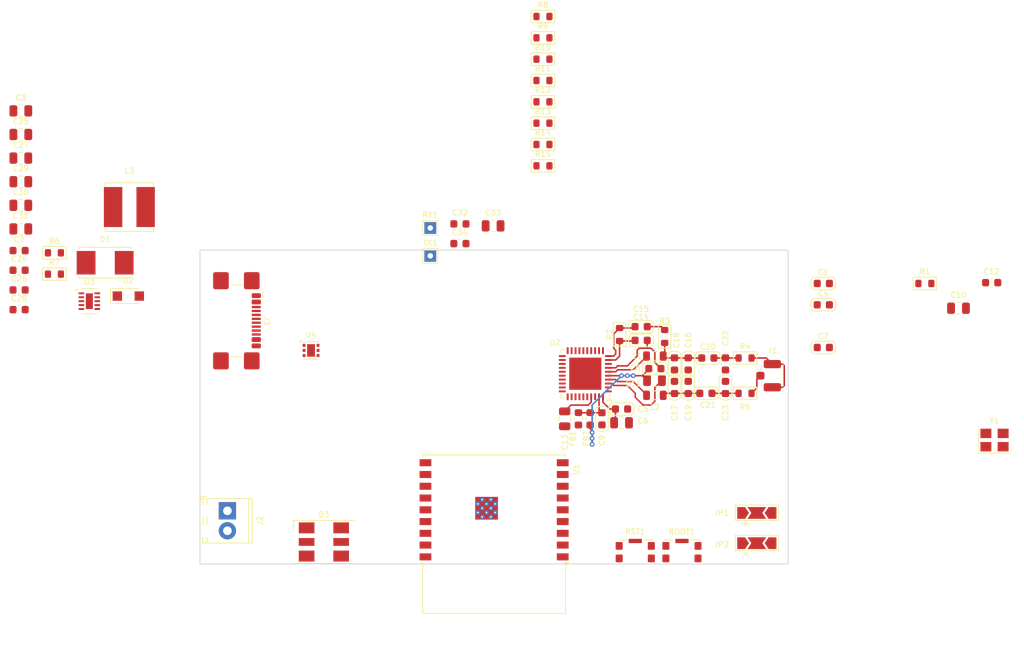
<source format=kicad_pcb>
(kicad_pcb (version 20240108) (generator "pcbnew") (generator_version "8.0")
  (layers (0 "F.Cu" signal) (31 "B.Cu" signal) (34 "B.Paste" user) (35 "F.Paste" user) (36 "B.SilkS" user "B.Silkscreen") (37 "F.SilkS" user "F.Silkscreen") (38 "B.Mask" user) (39 "F.Mask" user) (44 "Edge.Cuts" user))
  (net 0 "")
  (net 1 "GND")
  (net 2 "BOOT")
  (net 3 "Net-(U2-OSCIN)")
  (net 4 "VIN")
  (net 5 "Net-(U2-OSCOUT)")
  (net 6 "+3.3V")
  (net 7 "Net-(U2-AVDD)")
  (net 8 "Net-(U2-TVDD)")
  (net 9 "+3V3_INT")
  (net 10 "Net-(U2-SVDD)")
  (net 11 "Net-(U2-VMID)")
  (net 12 "Net-(C15-Pad2)")
  (net 13 "Net-(U2-RX)")
  (net 14 "Net-(C17-Pad2)")
  (net 15 "Net-(C20-Pad2)")
  (net 16 "Net-(C21-Pad2)")
  (net 17 "Net-(U3-VCC)")
  (net 18 "Net-(D2-K)")
  (net 19 "RST")
  (net 20 "Net-(D1-A)")
  (net 21 "Net-(D2-A)")
  (net 22 "LED_R")
  (net 23 "LED_G")
  (net 24 "LED_B")
  (net 25 "Net-(D3-KG)")
  (net 26 "Net-(D3-KB)")
  (net 27 "Net-(D3-KR)")
  (net 28 "Net-(J1-Ext)")
  (net 29 "Net-(J1-In)")
  (net 30 "Net-(J3-CC1)")
  (net 33 "USB_D-")
  (net 34 "USB_D+")
  (net 37 "Net-(J3-CC2)")
  (net 40 "Net-(U3-LX)")
  (net 41 "Net-(U1-IO20{slash}RXD)")
  (net 42 "Net-(U1-IO21{slash}TXD)")
  (net 43 "SCL")
  (net 44 "IRQ_NFC")
  (net 45 "IO2")
  (net 46 "Net-(U1-IO18)")
  (net 47 "SCK_NFC")
  (net 48 "Net-(U1-IO19)")
  (net 49 "MISO_NFC")
  (net 50 "SDA")
  (net 51 "RST_NFC")
  (net 57 "SEL0")
  (net 64 "SEL1")
  (net 69 "Net-(U3-SS)")
  (net 74 "NFC_RX1")
  (net 75 "NFC_TX2")
  (net 76 "NFC_TX1")
  (footprint "Resistor_SMD_AKL:R_0603_1608Metric" (layer "F.Cu") (at 58.7275 125.925)
    (property "Reference" "R9")
    (property "Value" "22R 1%" (hide yes))
  )
  (footprint "Capacitor_SMD:C_0603_1608Metric" (layer "F.Cu") (at 82 167.5 90)
    (property "Reference" "C22")
    (property "Value" "100pF")
  )
  (footprint "Capacitor_SMD:C_0805_2012Metric" (layer "F.Cu") (at -7.84 147.28)
    (property "Reference" "C30")
    (property "Value" "10uF")
  )
  (footprint "Resistor_SMD_AKL:R_0603_1608Metric" (layer "F.Cu") (at -3.555 153.335)
    (property "Reference" "R6")
    (property "Value" "5K1 1%" (hide yes))
  )
  (footprint "Capacitor_SMD_AKL:C_0603_1608Metric" (layer "F.Cu") (at 71.25 162.75)
    (property "Reference" "C15")
    (property "Value" "1nF" (hide yes))
  )
  (footprint "Capacitor_SMD_AKL:C_0603_1608Metric" (layer "F.Cu") (at 94.474939 159.965006)
    (property "Reference" "C4")
    (property "Value" "22pF" (hide yes))
  )
  (footprint "Package_DFN_QFN:TDFN-10-1EP_2x3mm_P0.5mm_EP0.9x2mm" (layer "F.Cu") (at 0.895 159.5)
    (property "Reference" "U3")
    (property "Value" "MAX17501AxTB")
  )
  (footprint "Capacitor_SMD:C_0805_2012Metric" (layer "F.Cu") (at 61.5 174.5 -90)
    (property "Reference" "C13")
    (property "Value" "10uF")
  )
  (footprint "Capacitor_SMD:C_0603_1608Metric" (layer "F.Cu") (at 48.1425 149.65)
    (property "Reference" "C32")
    (property "Value" "100nF")
  )
  (footprint "Inductor_SMD:L_0603_1608Metric" (layer "F.Cu") (at 63.25 174.5 90)
    (property "Reference" "FB1")
    (property "Value" "220R@100Mhz")
  )
  (footprint "Inductor_SMD:L_0805_2012Metric" (layer "F.Cu") (at 73 166.5 180)
    (property "Reference" "L1")
    (property "Value" "560nH")
  )
  (footprint "Capacitor_SMD_AKL:C_0603_1608Metric" (layer "F.Cu") (at 94.474939 157.245002)
    (property "Reference" "C1")
    (property "Value" "22pF" (hide yes))
  )
  (footprint "Capacitor_SMD:C_0805_2012Metric" (layer "F.Cu") (at -7.84 141.26)
    (property "Reference" "C27")
    (property "Value" "10uF")
  )
  (footprint "Capacitor_SMD:C_0603_1608Metric" (layer "F.Cu") (at -8.06 155.56)
    (property "Reference" "C24")
    (property "Value" "1nF")
  )
  (footprint "Capacitor_SMD_AKL:C_0603_1608Metric" (layer "F.Cu") (at 79.5 171.25)
    (property "Reference" "C21")
    (property "Value" "22pF" (hide yes))
  )
  (footprint "Fuse:Fuseholder_Littelfuse_Nano2_157x" (layer "F.Cu") (at 2.91 154.6)
    (property "Reference" "D1")
    (property "Value" "MBR0570")
  )
  (footprint "Capacitor_SMD:C_0805_2012Metric" (layer "F.Cu") (at 68.75 175)
    (property "Reference" "C6")
    (property "Value" "10uF" (hide yes))
  )
  (footprint "Inductor_SMD:L_0805_2012Metric" (layer "F.Cu") (at 73 171.5)
    (property "Reference" "L2")
    (property "Value" "560nH")
  )
  (footprint "Capacitor_SMD_AKL:C_0603_1608Metric" (layer "F.Cu") (at 94.474939 165.405014)
    (property "Reference" "C7")
    (property "Value" "100nF" (hide yes))
  )
  (footprint "Resistor_SMD_AKL:R_0603_1608Metric" (layer "F.Cu") (at 68.5 163.75 -90)
    (property "Reference" "R2")
    (property "Value" "1K 1%" (hide yes))
  )
  (footprint "Resistor_SMD_AKL:R_0603_1608Metric" (layer "F.Cu") (at -3.555 156.055)
    (property "Reference" "R7")
    (property "Value" "5K1 1%" (hide yes))
  )
  (footprint "Jumper:SolderJumper-3_P2.0mm_Open_TrianglePad1.0x1.5mm" (layer "F.Cu") (at 86 186.5)
    (property "Reference" "JP1")
    (property "Value" "SEL0")
  )
  (footprint "Resistor_SMD_AKL:R_0603_1608Metric" (layer "F.Cu") (at 58.7275 131.365)
    (property "Reference" "R11")
    (property "Value" "10K" (hide yes))
  )
  (footprint "Capacitor_SMD:C_0603_1608Metric" (layer "F.Cu") (at -8.06 160.58)
    (property "Reference" "C28")
    (property "Value" "100nF")
  )
  (footprint "Capacitor_SMD_AKL:C_0603_1608Metric" (layer "F.Cu") (at 75.5 170.5 -90)
    (property "Reference" "C17")
    (property "Value" "220pF" (hide yes))
  )
  (footprint "Button_Switch_SMD:SW_SPST_CK_KMS2xxGP" (layer "F.Cu") (at 70.5 191.5)
    (property "Reference" "RST1")
    (property "Value" "CK_KMS2xxG")
  )
  (footprint "Capacitor_SMD_AKL:C_0603_1608Metric" (layer "F.Cu") (at 77.25 170.5 90)
    (property "Reference" "C19")
    (property "Value" "NC" (hide yes))
  )
  (footprint "Connector_Coaxial:U.FL_Hirose_U.FL-R-SMT-1_Vertical" (layer "F.Cu") (at 87.5 169)
    (property "Reference" "J1")
    (property "Value" "Hirose")
  )
  (footprint "Capacitor_SMD_AKL:C_0603_1608Metric" (layer "F.Cu") (at 73 168.1 180)
    (property "Reference" "C8")
    (property "Value" "100nF" (hide yes))
  )
  (footprint "Package_DFN_QFN:HVQFN-40-1EP_6x6mm_P0.5mm_EP4.1x4.1mm" (layer "F.Cu") (at 64.13 168.75 180)
    (property "Reference" "U2")
    (property "Value" "PN5321A3HN_C1xx")
  )
  (footprint "Resistor_SMD_AKL:R_0603_1608Metric" (layer "F.Cu") (at 58.7275 142.245)
    (property "Reference" "R15")
    (property "Value" "75R" (hide yes))
  )
  (footprint "Capacitor_SMD_AKL:C_0603_1608Metric" (layer "F.Cu") (at 68.75 173.25 180)
    (property "Reference" "C5")
    (property "Value" "100nF" (hide yes))
  )
  (footprint "Capacitor_SMD:C_0603_1608Metric" (layer "F.Cu") (at -8.06 158.07)
    (property "Reference" "C26")
    (property "Value" "1uF")
  )
  (footprint "Capacitor_SMD:C_0805_2012Metric" (layer "F.Cu") (at -7.84 150.29)
    (property "Reference" "C31")
    (property "Value" "10uF")
  )
  (footprint "Capacitor_SMD_AKL:C_0603_1608Metric" (layer "F.Cu") (at 66.25 174.5 90)
    (property "Reference" "C9")
    (property "Value" "100nF" (hide yes))
  )
  (footprint "Capacitor_SMD:C_0805_2012Metric" (layer "F.Cu") (at 72.95 169.6)
    (property "Reference" "C11")
    (property "Value" "10uF")
  )
  (footprint "Capacitor_SMD:C_0805_2012Metric" (layer "F.Cu") (at 111.71 160.4)
    (property "Reference" "C10")
    (property "Value" "10uF")
  )
  (footprint "Resistor_SMD_AKL:R_0603_1608Metric" (layer "F.Cu") (at 107.425 157.245)
    (property "Reference" "R1")
    (property "Value" "10K" (hide yes))
  )
  (footprint "Resistor_SMD_AKL:R_0603_1608Metric" (layer "F.Cu") (at 84.5 171.25)
    (property "Reference" "R5")
    (property "Value" "1R5 1%" (hide yes))
  )
  (footprint "Inductor_SMD:L_0603_1608Metric" (layer "F.Cu") (at 64.75 174.5 90)
    (property "Reference" "FB2")
    (property "Value" "220R@100Mhz")
  )
  (footprint "Resistor_SMD_AKL:R_0603_1608Metric" (layer "F.Cu") (at 58.7275 136.805)
    (property "Reference" "R13")
    (property "Value" "75R" (hide yes))
  )
  (footprint "Inductor_SMD:L_Bourns_SRN6045TA" (layer "F.Cu") (at 6 147.5)
    (property "Reference" "L3")
    (property "Value" "330uH")
  )
  (footprint "Capacitor_SMD:C_0805_2012Metric" (layer "F.Cu") (at -7.84 144.27)
    (property "Reference" "C29")
    (property "Value" "10uF")
  )
  (footprint "Diode_SMD:Nexperia_CFP3_SOD-123W" (layer "F.Cu") (at 5.865 158.85)
    (property "Reference" "D2")
    (property "Value" "PMEG2010BER")
  )
  (footprint "Resistor_SMD_AKL:R_0603_1608Metric" (layer "F.Cu") (at 58.7275 123.205)
    (property "Reference" "R8")
    (property "Value" "22R 1%" (hide yes))
  )
  (footprint "LED_SMD:LED_Inolux_IN-P55TATRGB_PLCC6_5.0x5.5mm_P1.8mm" (layer "F.Cu") (at 30.8 190.2)
    (property "Reference" "D3")
    (property "Value" "Inolux_IN-P55TATRGB")
  )
  (footprint "Button_Switch_SMD:SW_SPST_CK_KMS2xxGP" (layer "F.Cu") (at 76.45 191.5)
    (property "Reference" "BOOT1")
    (property "Value" "CK_KMS2xxG")
  )
  (footprint "Package_SON:WSON-6-1EP_2x2mm_P0.65mm_EP1x1.6mm" (layer "F.Cu") (at 29.1625 165.78)
    (property "Reference" "U4")
    (property "Value" "TLV75533PDRV")
  )
  (footprint "Capacitor_SMD_AKL:C_0603_1608Metric" (layer "F.Cu") (at 82 170.5 90)
    (property "Reference" "C23")
    (property "Value" "100pF" (hide yes))
  )
  (footprint "Jumper:SolderJumper-3_P2.0mm_Open_TrianglePad1.0x1.5mm" (layer "F.Cu") (at 86 190.355)
    (property "Reference" "JP2")
    (property "Value" "SEL1")
  )
  (footprint "Capacitor_SMD_AKL:C_0603_1608Metric" (layer "F.Cu") (at 77.25 167.5 90)
    (property "Reference" "C16")
    (property "Value" "220pF" (hide yes))
  )
  (footprint "TerminalBlock_Phoenix:TerminalBlock_Phoenix_MPT-0,5-2-2.54_1x02_P2.54mm_Horizontal" (layer "F.Cu") (at 18.5 186.23 -90)
    (property "Reference" "J2")
    (property "Value" "Screw_Terminal_01x02")
  )
  (footprint "Capacitor_SMD_AKL:C_0603_1608Metric" (layer "F.Cu") (at 79.75 166.75)
    (property "Reference" "C20")
    (property "Value" "22pF" (hide yes))
  )
  (footprint "Resistor_SMD_AKL:R_0603_1608Metric" (layer "F.Cu") (at 58.7275 128.645)
    (property "Reference" "R10")
    (property "Value" "10K" (hide yes))
  )
  (footprint "Capacitor_SMD:C_0805_2012Metric" (layer "F.Cu") (at -7.84 138.25)
    (property "Reference" "C25")
    (property "Value" "10uF")
  )
  (footprint "Resistor_SMD_AKL:R_0603_1608Metric" (layer "F.Cu") (at 84.5 166.75)
    (property "Reference" "R4")
    (property "Value" "1R5 1%" (hide yes))
  )
  (footprint "Resistor_SMD_AKL:R_0603_1608Metric" (layer "F.Cu") (at 58.7275 134.085)
    (property "Reference" "R12")
    (property "Value" "10K" (hide yes))
  )
  (footprint "Resistor_SMD_AKL:R_0603_1608Metric" (layer "F.Cu") (at 58.7275 139.525)
    (property "Reference" "R14")
    (property "Value" "150R" (hide yes))
  )
  (footprint "RF_Module:ESP32-C3-WROOM-02" (layer "F.Cu") (at 52.5 186.1 180)
    (property "Reference" "U1")
    (property "Value" "ESP32-C3-WROOM-02")
  )
  (footprint "TestPoint:TestPoint_THTPad_1.5x1.5mm_Drill0.7mm" (layer "F.Cu") (at 44.3625 150.17)
    (property "Reference" "RX1")
    (property "Value" "TestPoint")
  )
  (footprint "Capacitor_SMD:C_0805_2012Metric" (layer "F.Cu") (at -7.84 135.24)
    (property "Reference" "C3")
    (property "Value" "10uF")
  )
  (footprint "Capacitor_SMD:C_0603_1608Metric" (layer "F.Cu") (at -8.06 153.05)
    (property "Reference" "C2")
    (property "Value" "100nF")
  )
  (footprint "TestPoint:TestPoint_THTPad_1.5x1.5mm_Drill0.7mm" (layer "F.Cu") (at 44.3625 153.72)
    (property "Reference" "TX1")
    (property "Value" "TestPoint")
  )
  (footprint "Capacitor_SMD_AKL:C_0603_1608Metric" (layer "F.Cu") (at 75.5 167.5 90)
    (property "Reference" "C18")
    (property "Value" "NC" (hide yes))
  )
  (footprint "Capacitor_SMD:C_0805_2012Metric" (layer "F.Cu") (at 52.3725 149.9)
    (property "Reference" "C33")
    (property "Value" "10uF")
  )
  (footprint "Connector_USB:USB_C_Receptacle_GCT_USB4110" (layer "F.Cu") (at 18.5 162 -90)
    (property "Reference" "J3")
    (property "Value" "USB_C_Receptacle_USB2.0_16P")
  )
  (footprint "Resistor_SMD_AKL:R_0603_1608Metric" (layer "F.Cu") (at 74.25 164 -90)
    (property "Reference" "R3")
    (property "Value" "1K69 1%" (hide yes))
  )
  (footprint "Capacitor_SMD_AKL:C_0603_1608Metric" (layer "F.Cu") (at 71.25 164.5)
    (property "Reference" "C14")
    (property "Value" "100nF" (hide yes))
  )
  (footprint "Crystal:Crystal_SMD_3225-4Pin_3.2x2.5mm" (layer "F.Cu") (at 116.3 177.21)
    (property "Reference" "Y1")
    (property "Value" "27.12MHz")
  )
  (footprint "Capacitor_SMD:C_0603_1608Metric" (layer "F.Cu") (at 48.1425 152.16)
    (property "Reference" "C34")
    (property "Value" "1uF")
  )
  (footprint "Capacitor_SMD:C_0603_1608Metric" (layer "F.Cu") (at 115.94 157.14)
    (property "Reference" "C12")
    (property "Value" "100nF")
  )
  (gr_rect (start 15 153) (end 90 193) (stroke (width 0.1)) (fill none) (layer "Edge.Cuts"))
  (segment (start 69.5 167.75) (end 70.75 166.5) (width 0.2) (layer "F.Cu") (net 1))
  (segment (start 70.75 165.75) (end 71 165.5) (width 0.2) (layer "F.Cu") (net 1))
  (segment (start 72.025 165.475) (end 72 165.5) (width 0.2) (layer "F.Cu") (net 1))
  (segment (start 72.025 164.5) (end 72.025 164.525) (width 0.2) (layer "F.Cu") (net 1))
  (segment (start 72 165.5) (end 72.5 165.5) (width 0.2) (layer "F.Cu") (net 1))
  (segment (start 67.504999 170) (end 67.754999 170.25) (width 0.2) (layer "F.Cu") (net 1))
  (segment (start 73 172.25) (end 73 170.5) (width 0.2) (layer "F.Cu") (net 1))
  (segment (start 70.5 171.25) (end 70.5 171.75) (width 0.2) (layer "F.Cu") (net 1))
  (segment (start 68.25 167.75) (end 69.5 167.75) (width 0.2) (layer "F.Cu") (net 1))
  (segment (start 69.5 170.25) (end 70.5 171.25) (width 0.2) (layer "F.Cu") (net 1))
  (segment (start 67.754999 170.25) (end 69.5 170.25) (width 0.2) (layer "F.Cu") (net 1))
  (segment (start 71.5 172.75) (end 72.5 172.75) (width 0.2) (layer "F.Cu") (net 1))
  (segment (start 67.0675 168) (end 68 168) (width 0.2) (layer "F.Cu") (net 1))
  (segment (start 70.5 171.75) (end 71.5 172.75) (width 0.2) (layer "F.Cu") (net 1))
  (segment (start 72.025 164.5) (end 72.025 165.475) (width 0.2) (layer "F.Cu") (net 1))
  (segment (start 73 166) (end 73 167.325) (width 0.2) (layer "F.Cu") (net 1))
  (segment (start 70.75 166.5) (end 70.75 165.75) (width 0.2) (layer "F.Cu") (net 1))
  (segment (start 72.5 165.5) (end 73 166) (width 0.2) (layer "F.Cu") (net 1))
  (segment (start 73 170.5) (end 73.9 169.6) (width 0.2) (layer "F.Cu") (net 1))
  (segment (start 73 167.325) (end 73.775 168.1) (width 0.2) (layer "F.Cu") (net 1))
  (segment (start 68 168) (end 68.25 167.75) (width 0.2) (layer "F.Cu") (net 1))
  (segment (start 67.0675 170) (end 67.504999 170) (width 0.2) (layer "F.Cu") (net 1))
  (segment (start 72.5 172.75) (end 73 172.25) (width 0.2) (layer "F.Cu") (net 1))
  (segment (start 71 165.5) (end 72 165.5) (width 0.2) (layer "F.Cu") (net 1))
  (segment (start 67.25 173.25) (end 67.975 173.25) (width 0.2) (layer "F.Cu") (net 6))
  (segment (start 67.975 173.25) (end 67.975 174.825) (width 0.2) (layer "F.Cu") (net 6))
  (segment (start 67.975 174.825) (end 67.8 175) (width 0.2) (layer "F.Cu") (net 6))
  (segment (start 66.38 171.6875) (end 66.38 172.38) (width 0.2) (layer "F.Cu") (net 6))
  (segment (start 66.38 172.38) (end 67.25 173.25) (width 0.2) (layer "F.Cu") (net 6))
  (segment (start 69.5 169) (end 70.25 169) (width 0.2) (layer "F.Cu") (net 8))
  (segment (start 72.225 168.175) (end 72.225 168.1) (width 0.2) (layer "F.Cu") (net 8))
  (segment (start 65 176) (end 65 176.25) (width 0.2) (layer "F.Cu") (net 8))
  (segment (start 64.75 175.2875) (end 64.75 175.75) (width 0.2) (layer "F.Cu") (net 8))
  (segment (start 70.25 169) (end 71.4 169) (width 0.2) (layer "F.Cu") (net 8))
  (segment (start 71.4 169) (end 72.225 168.175) (width 0.2) (layer "F.Cu") (net 8))
  (segment (start 64.75 175.75) (end 65 176) (width 0.2) (layer "F.Cu") (net 8))
  (segment (start 65 177) (end 65 177.75) (width 0.2) (layer "F.Cu") (net 8))
  (segment (start 65 176.25) (end 65 177) (width 0.2) (layer "F.Cu") (net 8))
  (segment (start 67.0675 169) (end 68.75 169) (width 0.2) (layer "F.Cu") (net 8))
  (segment (start 68.75 169) (end 69.5 169) (width 0.2) (layer "F.Cu") (net 8))
  (segment (start 71.4 169) (end 72 169.6) (width 0.2) (layer "F.Cu") (net 8))
  (via (at 69.5 169) (size 0.6) (drill 0.3) (layers "F.Cu" "B.Cu") (net 8))
  (via (at 65 177.75) (size 0.6) (drill 0.3) (layers "F.Cu" "B.Cu") (net 8))
  (via (at 65 177) (size 0.6) (drill 0.3) (layers "F.Cu" "B.Cu") (net 8))
  (via (at 68.75 169) (size 0.6) (drill 0.3) (layers "F.Cu" "B.Cu") (net 8))
  (via (at 70.25 169) (size 0.6) (drill 0.3) (layers "F.Cu" "B.Cu") (net 8))
  (via (at 65 176.25) (size 0.6) (drill 0.3) (layers "F.Cu" "B.Cu") (net 8))
  (segment (start 68.75 169) (end 65 172.75) (width 0.2) (layer "B.Cu") (net 8))
  (segment (start 70.25 169) (end 68.75 169) (width 0.2) (layer "B.Cu") (net 8))
  (segment (start 65 172.75) (end 65 177.75) (width 0.2) (layer "B.Cu") (net 8))
  (segment (start 65.88 171.6875) (end 65.88 173.355) (width 0.2) (layer "F.Cu") (net 9))
  (segment (start 63.2625 173.725) (end 63.25 173.7125) (width 0.2) (layer "F.Cu") (net 9))
  (segment (start 65.88 173.355) (end 66.25 173.725) (width 0.2) (layer "F.Cu") (net 9))
  (segment (start 66.25 173.725) (end 63.2625 173.725) (width 0.2) (layer "F.Cu") (net 9))
  (segment (start 64.88 171.6875) (end 64.88 172.37) (width 0.2) (layer "F.Cu") (net 10))
  (segment (start 64.5 172.75) (end 62.3 172.75) (width 0.2) (layer "F.Cu") (net 10))
  (segment (start 64.88 172.37) (end 64.5 172.75) (width 0.2) (layer "F.Cu") (net 10))
  (segment (start 62.3 172.75) (end 61.5 173.55) (width 0.2) (layer "F.Cu") (net 10))
  (segment (start 68.5 166.5) (end 68.5 164.575) (width 0.2) (layer "F.Cu") (net 11))
  (segment (start 70.4 164.575) (end 70.475 164.5) (width 0.2) (layer "F.Cu") (net 11))
  (segment (start 67.0675 167) (end 68 167) (width 0.2) (layer "F.Cu") (net 11))
  (segment (start 68.5 164.575) (end 70.4 164.575) (width 0.2) (layer "F.Cu") (net 11))
  (segment (start 68 167) (end 68.5 166.5) (width 0.2) (layer "F.Cu") (net 11))
  (segment (start 73.825 162.75) (end 74.25 163.175) (width 0.2) (layer "F.Cu") (net 12))
  (segment (start 72.025 162.75) (end 73.825 162.75) (width 0.2) (layer "F.Cu") (net 12))
  (segment (start 67.0675 166.5) (end 67.75 166.5) (width 0.2) (layer "F.Cu") (net 13))
  (segment (start 67.75 166.5) (end 68 166.25) (width 0.2) (layer "F.Cu") (net 13))
  (segment (start 68.5 162.925) (end 70.3 162.925) (width 0.2) (layer "F.Cu") (net 13))
  (segment (start 67.75 163.675) (end 68.5 162.925) (width 0.2) (layer "F.Cu") (net 13))
  (segment (start 68 166.25) (end 68 165.75) (width 0.2) (layer "F.Cu") (net 13))
  (segment (start 70.3 162.925) (end 70.475 162.75) (width 0.2) (layer "F.Cu") (net 13))
  (segment (start 68 165.75) (end 67.75 165.5) (width 0.2) (layer "F.Cu") (net 13))
  (segment (start 67.75 165.5) (end 67.75 163.675) (width 0.2) (layer "F.Cu") (net 13))
  (segment (start 74.0625 171.25) (end 78.725 171.25) (width 0.2) (layer "F.Cu") (net 14))
  (segment (start 80.525 166.75) (end 83.675 166.75) (width 0.2) (layer "F.Cu") (net 15))
  (segment (start 80.275 171.25) (end 83.675 171.25) (width 0.2) (layer "F.Cu") (net 16))
  (segment (start 87.975 167.525) (end 89.275 167.525) (width 0.2) (layer "F.Cu") (net 28))
  (segment (start 89.5 167.75) (end 89.5 170.25) (width 0.2) (layer "F.Cu") (net 28))
  (segment (start 87.2 166.75) (end 87.975 167.525) (width 0.2) (layer "F.Cu") (net 28))
  (segment (start 89.275 167.525) (end 89.5 167.75) (width 0.2) (layer "F.Cu") (net 28))
  (segment (start 85.325 166.75) (end 87.2 166.75) (width 0.2) (layer "F.Cu") (net 28))
  (segment (start 89.5 170.25) (end 89.275 170.475) (width 0.2) (layer "F.Cu") (net 28))
  (segment (start 89.275 170.475) (end 87.975 170.475) (width 0.2) (layer "F.Cu") (net 28))
  (segment (start 86.45 169) (end 86 169.45) (width 0.2) (layer "F.Cu") (net 29))
  (segment (start 86 170.575) (end 85.325 171.25) (width 0.2) (layer "F.Cu") (net 29))
  (segment (start 86 169.45) (end 86 170.575) (width 0.2) (layer "F.Cu") (net 29))
  (segment (start 74.25 164.825) (end 74.25 166.3125) (width 0.2) (layer "F.Cu") (net 74))
  (segment (start 74.0625 166.75) (end 78.975 166.75) (width 0.2) (layer "F.Cu") (net 74))
  (segment (start 74.25 166.3125) (end 74.0625 166.5) (width 0.2) (layer "F.Cu") (net 74))
  (segment (start 68 168.5) (end 68.25 168.25) (width 0.2) (layer "F.Cu") (net 75))
  (segment (start 67.0675 168.5) (end 68 168.5) (width 0.2) (layer "F.Cu") (net 75))
  (segment (start 68.25 168.25) (end 70.25 168.25) (width 0.2) (layer "F.Cu") (net 75))
  (segment (start 71.75 166.75) (end 71.9375 166.75) (width 0.2) (layer "F.Cu") (net 75))
  (segment (start 70.25 168.25) (end 71.75 166.75) (width 0.2) (layer "F.Cu") (net 75))
  (segment (start 71.75 171.25) (end 71.9375 171.25) (width 0.2) (layer "F.Cu") (net 76))
  (segment (start 67.0675 169.5) (end 68 169.5) (width 0.2) (layer "F.Cu") (net 76))
  (segment (start 70.25 169.75) (end 71.75 171.25) (width 0.2) (layer "F.Cu") (net 76))
  (segment (start 68 169.5) (end 68.25 169.75) (width 0.2) (layer "F.Cu") (net 76))
  (segment (start 68.25 169.75) (end 70.25 169.75) (width 0.2) (layer "F.Cu") (net 76))
)
</source>
